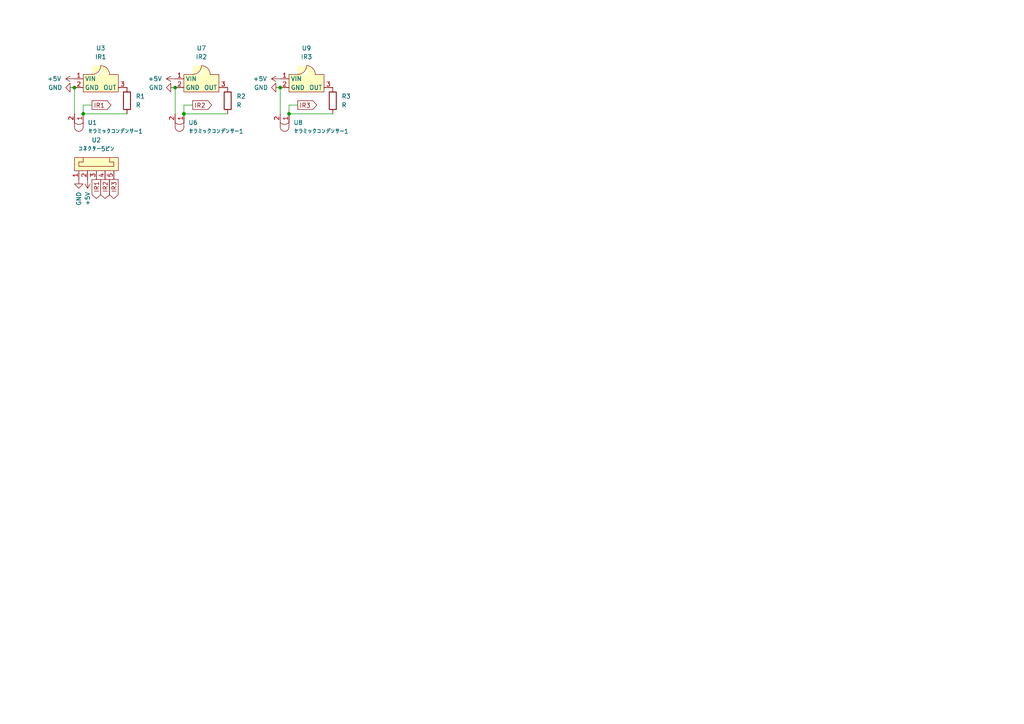
<source format=kicad_sch>
(kicad_sch (version 20211123) (generator eeschema)
  (paper "A4")
  (lib_symbols
    (symbol "Device:R" (pin_numbers hide) (pin_names (offset 0))
      (property "Reference" "R" (at 2.032 0 90))
      (property "Value" "R" (at 0 0 90))
      (symbol "R_0_1"
        (rectangle (start -1.016 -2.54) (end 1.016 2.54) (stroke (width 0.254)))
      )
      (symbol "R_1_1"
        (pin passive line (at 0 3.81 270) (length 1.27) (name "~") (number "1"))
        (pin passive line (at 0 -3.81 90) (length 1.27) (name "~") (number "2"))
      )
    )
    (symbol "power:+5V" (power) (pin_names (offset 0))
      (property "Value" "+5V" (at 0 3.556 0))
      (symbol "+5V_0_1"
        (polyline (pts (xy -0.762 1.27) (xy 0 2.54)))
        (polyline (pts (xy 0 0) (xy 0 2.54)))
        (polyline (pts (xy 0 2.54) (xy 0.762 1.27)))
      )
      (symbol "+5V_1_1"
        (pin power_in line (at 0 0 90) (length 0) hide (name "+5V") (number "1"))
      )
    )
    (symbol "power:GND" (power) (pin_names (offset 0))
      (property "Value" "GND" (at 0 -3.81 0))
      (symbol "GND_0_1"
        (polyline (pts (xy 0 0) (xy 0 -1.27) (xy 1.27 -1.27) (xy 0 -2.54) (xy -1.27 -1.27) (xy 0 -1.27)))
      )
      (symbol "GND_1_1"
        (pin power_in line (at 0 0 270) (length 0) hide (name "GND") (number "1"))
      )
    )
    (symbol "自分のシンボルエディター:IR素子"
      (property "Reference" "U" (at 3.81 0 0))
      (property "Value" "IR素子" (at 0 0 0))
      (symbol "IR素子_0_1"
        (arc (start -2.54 -3.81) (mid 1.7961 -5.6061) (end 0 -1.27) (fill (type background)))
        (polyline (pts (xy 2.54 -3.81) (xy 5.08 -3.81) (xy 5.08 -8.89) (xy -5.08 -8.89) (xy -5.08 -3.81) (xy -2.54 -3.81)) (fill (type background)))
        (arc (start 2.5398 -3.8102) (mid 1.7959 -2.0141) (end -0.0002 -1.2702) (fill (type background)))
      )
      (symbol "IR素子_1_1"
        (pin input line (at -7.62 -5.08 0) (length 2.54) (name "VIN") (number "1"))
        (pin input line (at -7.62 -7.62 0) (length 2.54) (name "GND") (number "2"))
        (pin input line (at 7.62 -7.62 180) (length 2.54) (name "OUT") (number "3"))
      )
    )
    (symbol "自分のシンボルエディター:コネクター5ピン"
      (property "Reference" "U" (at 6.35 0 0))
      (property "Value" "コネクター5ピン" (at 0 0 0))
      (symbol "コネクター5ピン_0_1"
        (rectangle (start -6.35 -1.27) (end 6.35 -5.08) (fill (type background)))
        (polyline (pts (xy -3.81 -2.54) (xy -3.81 -1.27)))
        (polyline (pts (xy -3.81 -2.54) (xy -5.08 -2.54) (xy -5.08 -3.81) (xy 5.08 -3.81) (xy 5.08 -2.54) (xy 3.81 -2.54) (xy 3.81 -1.27)))
      )
      (symbol "コネクター5ピン_1_1"
        (pin input line (at -5.08 -7.62 90) (length 2.54) (name "") (number "1"))
        (pin input line (at -2.54 -7.62 90) (length 2.54) (name "") (number "2"))
        (pin input line (at 0 -7.62 90) (length 2.54) (name "") (number "3"))
        (pin input line (at 2.54 -7.62 90) (length 2.54) (name "") (number "4"))
        (pin input line (at 5.08 -7.62 90) (length 2.54) (name "") (number "5"))
      )
    )
    (symbol "自分のシンボルエディター:セラミックコンデンサー"
      (property "Reference" "U" (at 8.89 0 0))
      (property "Value" "セラミックコンデンサー" (at 0 0 0))
      (symbol "セラミックコンデンサー_0_1"
        (arc (start 0 -1.27) (mid -0.898 -1.642) (end -1.27 -2.54))
        (polyline (pts (xy -1.27 -2.54) (xy -1.27 -3.81)))
        (polyline (pts (xy 1.27 -2.54) (xy 1.27 -3.81)))
        (arc (start 1.27 -3.81) (mid 0 -3.284) (end -1.27 -3.81))
        (arc (start 1.2701 -2.5399) (mid 0.8981 -1.6419) (end 0.0001 -1.2699))
      )
      (symbol "セラミックコンデンサー_1_1"
        (pin input line (at -1.27 -6.35 90) (length 2.54) (name "") (number "1"))
        (pin input line (at 1.27 -6.35 90) (length 2.54) (name "") (number "2"))
      )
    )
  )
  (junction (at 83.82 33.02))
  (junction (at 50.8 25.4))
  (junction (at 21.59 25.4))
  (junction (at 81.28 25.4))
  (junction (at 24.13 33.02))
  (junction (at 53.34 33.02))
  (wire (pts (xy 83.82 30.48) (xy 83.82 33.02)))
  (wire (pts (xy 24.13 30.48) (xy 24.13 33.02)))
  (wire (pts (xy 50.8 25.4) (xy 50.8 33.02)))
  (wire (pts (xy 24.13 33.02) (xy 36.83 33.02)))
  (wire (pts (xy 53.34 30.48) (xy 53.34 33.02)))
  (wire (pts (xy 86.36 30.48) (xy 83.82 30.48)))
  (wire (pts (xy 83.82 33.02) (xy 96.52 33.02)))
  (wire (pts (xy 26.67 30.48) (xy 24.13 30.48)))
  (wire (pts (xy 81.28 25.4) (xy 81.28 33.02)))
  (wire (pts (xy 21.59 25.4) (xy 21.59 33.02)))
  (wire (pts (xy 55.88 30.48) (xy 53.34 30.48)))
  (wire (pts (xy 53.34 33.02) (xy 66.04 33.02)))
  (global_label "IR1" (shape output) (at 26.67 30.48 0) (property "Intersheet References" "${INTERSHEET_REFS}" (effects hide)))
  (global_label "IR3" (shape output) (at 86.36 30.48 0) (property "Intersheet References" "${INTERSHEET_REFS}" (effects hide)))
  (global_label "IR2" (shape output) (at 55.88 30.48 0) (property "Intersheet References" "${INTERSHEET_REFS}" (effects hide)))
  (global_label "IR3" (shape output) (at 33.02 52.07 270) (property "Intersheet References" "${INTERSHEET_REFS}" (effects hide)))
  (global_label "IR1" (shape output) (at 27.94 52.07 270) (property "Intersheet References" "${INTERSHEET_REFS}" (effects hide)))
  (global_label "IR2" (shape output) (at 30.48 52.07 270) (property "Intersheet References" "${INTERSHEET_REFS}" (effects hide)))
  (symbol (lib_id "Device:R") (at 96.52 29.21 0) (unit 1)
    (property "Reference" "R3" (at 99.06 27.9399 0) (effects (justify left)))
    (property "Value" "R" (at 99.06 30.4799 0) (effects (justify left)))
    (property "Footprint" "自分のフットプリント:抵抗" (effects hide))
  )
  (symbol (lib_id "自分のシンボルエディター:IR素子") (at 58.42 17.78 0) (unit 1)
    (property "Reference" "U7" (at 58.42 13.97 0))
    (property "Value" "IR2" (at 58.42 16.51 0))
    (property "Footprint" "自分のフットプリント:IR素子" (effects hide))
  )
  (symbol (lib_id "power:GND") (at 81.28 25.4 270) (unit 1)
    (property "Reference" "#PWR0105" (effects hide))
    (property "Value" "GND" (at 73.66 25.4 90) (effects (justify left)))
  )
  (symbol (lib_id "自分のシンボルエディター:IR素子") (at 29.21 17.78 0) (unit 1)
    (property "Reference" "U3" (at 29.21 13.97 0))
    (property "Value" "IR1" (at 29.21 16.51 0))
    (property "Footprint" "自分のフットプリント:IR素子" (effects hide))
  )
  (symbol (lib_id "自分のシンボルエディター:IR素子") (at 88.9 17.78 0) (unit 1)
    (property "Reference" "U9" (at 88.9 13.97 0))
    (property "Value" "IR3" (at 88.9 16.51 0))
    (property "Footprint" "自分のフットプリント:IR素子" (effects hide))
  )
  (symbol (lib_id "自分のシンボルエディター:セラミックコンデンサー") (at 82.55 39.37 180) (unit 1)
    (property "Reference" "U8" (at 85.09 35.5599 0) (effects (justify right)))
    (property "Value" "セラミックコンデンサー1" (at 85.09 38.0999 0) (effects (justify right)))
    (property "Footprint" "自分のフットプリント:セラミックコンデンサー" (effects hide))
  )
  (symbol (lib_id "power:GND") (at 21.59 25.4 270) (unit 1)
    (property "Reference" "#PWR0108" (effects hide))
    (property "Value" "GND" (at 13.97 25.4 90) (effects (justify left)))
  )
  (symbol (lib_id "自分のシンボルエディター:セラミックコンデンサー") (at 22.86 39.37 180) (unit 1)
    (property "Reference" "U1" (at 25.4 35.5599 0) (effects (justify right)))
    (property "Value" "セラミックコンデンサー1" (at 25.4 38.0999 0) (effects (justify right)))
    (property "Footprint" "自分のフットプリント:セラミックコンデンサー" (effects hide))
  )
  (symbol (lib_id "power:+5V") (at 21.59 22.86 90) (unit 1)
    (property "Reference" "#PWR0107" (effects hide))
    (property "Value" "+5V" (at 17.78 22.8599 90) (effects (justify left)))
  )
  (symbol (lib_id "power:GND") (at 50.8 25.4 270) (unit 1)
    (property "Reference" "#PWR0101" (effects hide))
    (property "Value" "GND" (at 43.18 25.4 90) (effects (justify left)))
  )
  (symbol (lib_id "power:+5V") (at 25.4 52.07 180) (unit 1)
    (property "Reference" "#PWR0103" (effects hide))
    (property "Value" "+5V" (at 25.4 59.69 90) (effects (justify right)))
  )
  (symbol (lib_id "power:GND") (at 22.86 52.07 0) (unit 1)
    (property "Reference" "#PWR0104" (effects hide))
    (property "Value" "GND" (at 22.86 59.69 90) (effects (justify left)))
  )
  (symbol (lib_id "power:+5V") (at 81.28 22.86 90) (unit 1)
    (property "Reference" "#PWR0106" (effects hide))
    (property "Value" "+5V" (at 77.47 22.8599 90) (effects (justify left)))
  )
  (symbol (lib_id "Device:R") (at 66.04 29.21 0) (unit 1)
    (property "Reference" "R2" (at 68.58 27.9399 0) (effects (justify left)))
    (property "Value" "R" (at 68.58 30.4799 0) (effects (justify left)))
    (property "Footprint" "自分のフットプリント:抵抗" (effects hide))
  )
  (symbol (lib_id "Device:R") (at 36.83 29.21 0) (unit 1)
    (property "Reference" "R1" (at 39.37 27.9399 0) (effects (justify left)))
    (property "Value" "R" (at 39.37 30.4799 0) (effects (justify left)))
    (property "Footprint" "自分のフットプリント:抵抗" (effects hide))
  )
  (symbol (lib_id "自分のシンボルエディター:コネクター5ピン") (at 27.94 44.45 0) (unit 1)
    (property "Reference" "U2" (at 27.94 40.64 0))
    (property "Value" "コネクター5ピン" (at 27.94 43.18 0))
    (property "Footprint" "自分のフットプリント:コネクター5ピン" (effects hide))
  )
  (symbol (lib_id "power:+5V") (at 50.8 22.86 90) (unit 1)
    (property "Reference" "#PWR0102" (effects hide))
    (property "Value" "+5V" (at 46.99 22.8599 90) (effects (justify left)))
  )
  (symbol (lib_id "自分のシンボルエディター:セラミックコンデンサー") (at 52.07 39.37 180) (unit 1)
    (property "Reference" "U6" (at 54.61 35.5599 0) (effects (justify right)))
    (property "Value" "セラミックコンデンサー1" (at 54.61 38.0999 0) (effects (justify right)))
    (property "Footprint" "自分のフットプリント:セラミックコンデンサー" (effects hide))
  )
)
</source>
